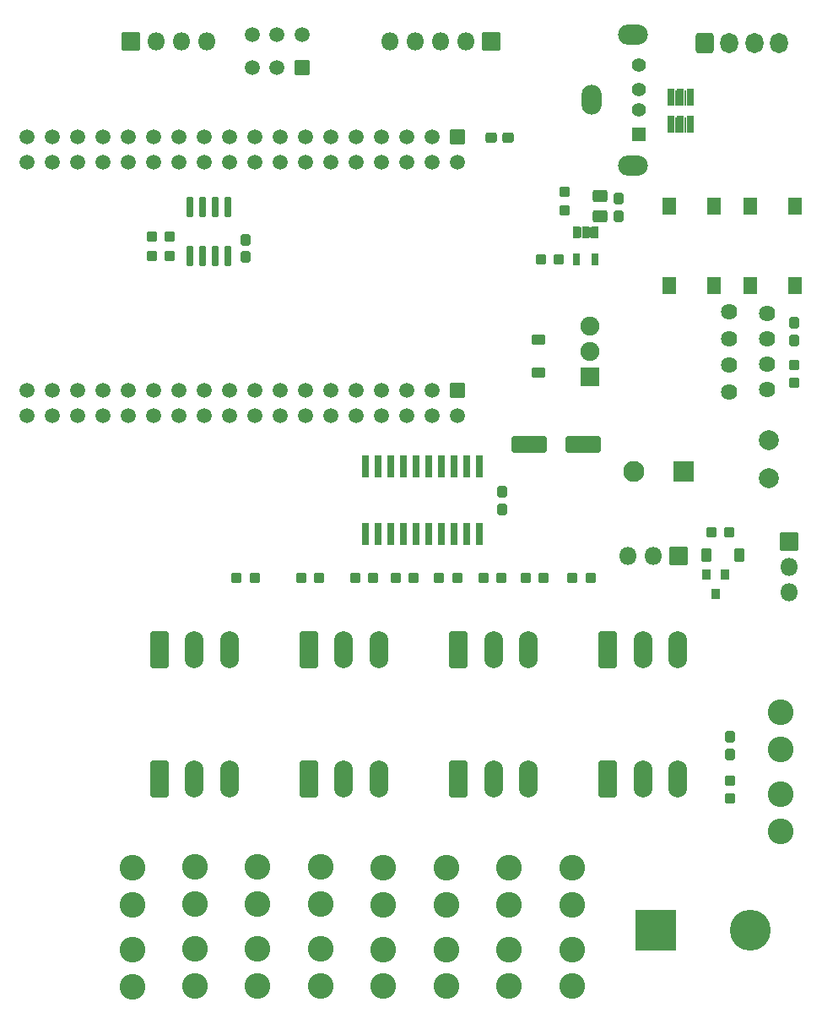
<source format=gbr>
%TF.GenerationSoftware,KiCad,Pcbnew,(6.0.5)*%
%TF.CreationDate,2022-06-18T16:05:52-05:00*%
%TF.ProjectId,PB_8,50425f38-2e6b-4696-9361-645f70636258,v1*%
%TF.SameCoordinates,Original*%
%TF.FileFunction,Soldermask,Top*%
%TF.FilePolarity,Negative*%
%FSLAX46Y46*%
G04 Gerber Fmt 4.6, Leading zero omitted, Abs format (unit mm)*
G04 Created by KiCad (PCBNEW (6.0.5)) date 2022-06-18 16:05:52*
%MOMM*%
%LPD*%
G01*
G04 APERTURE LIST*
G04 Aperture macros list*
%AMRoundRect*
0 Rectangle with rounded corners*
0 $1 Rounding radius*
0 $2 $3 $4 $5 $6 $7 $8 $9 X,Y pos of 4 corners*
0 Add a 4 corners polygon primitive as box body*
4,1,4,$2,$3,$4,$5,$6,$7,$8,$9,$2,$3,0*
0 Add four circle primitives for the rounded corners*
1,1,$1+$1,$2,$3*
1,1,$1+$1,$4,$5*
1,1,$1+$1,$6,$7*
1,1,$1+$1,$8,$9*
0 Add four rect primitives between the rounded corners*
20,1,$1+$1,$2,$3,$4,$5,0*
20,1,$1+$1,$4,$5,$6,$7,0*
20,1,$1+$1,$6,$7,$8,$9,0*
20,1,$1+$1,$8,$9,$2,$3,0*%
G04 Aperture macros list end*
%ADD10RoundRect,0.051000X-0.850000X0.850000X-0.850000X-0.850000X0.850000X-0.850000X0.850000X0.850000X0*%
%ADD11O,1.802000X1.802000*%
%ADD12C,2.577000*%
%ADD13RoundRect,0.051000X-0.850000X-0.850000X0.850000X-0.850000X0.850000X0.850000X-0.850000X0.850000X0*%
%ADD14RoundRect,0.051000X0.650000X-0.650000X0.650000X0.650000X-0.650000X0.650000X-0.650000X-0.650000X0*%
%ADD15C,1.402000*%
%ADD16O,2.002000X3.002000*%
%ADD17O,3.002000X2.002000*%
%ADD18RoundRect,0.288500X0.250000X0.237500X-0.250000X0.237500X-0.250000X-0.237500X0.250000X-0.237500X0*%
%ADD19RoundRect,0.301000X-0.450000X0.325000X-0.450000X-0.325000X0.450000X-0.325000X0.450000X0.325000X0*%
%ADD20RoundRect,0.288500X-0.237500X0.250000X-0.237500X-0.250000X0.237500X-0.250000X0.237500X0.250000X0*%
%ADD21RoundRect,0.288500X0.237500X-0.300000X0.237500X0.300000X-0.237500X0.300000X-0.237500X-0.300000X0*%
%ADD22RoundRect,0.070000X0.300000X0.525000X-0.300000X0.525000X-0.300000X-0.525000X0.300000X-0.525000X0*%
%ADD23RoundRect,0.201000X-0.150000X0.825000X-0.150000X-0.825000X0.150000X-0.825000X0.150000X0.825000X0*%
%ADD24RoundRect,0.301000X1.500000X0.550000X-1.500000X0.550000X-1.500000X-0.550000X1.500000X-0.550000X0*%
%ADD25RoundRect,0.051000X1.000000X1.000000X-1.000000X1.000000X-1.000000X-1.000000X1.000000X-1.000000X0*%
%ADD26C,2.102000*%
%ADD27RoundRect,0.288500X0.237500X-0.287500X0.237500X0.287500X-0.237500X0.287500X-0.237500X-0.287500X0*%
%ADD28RoundRect,0.288500X0.237500X-0.250000X0.237500X0.250000X-0.237500X0.250000X-0.237500X-0.250000X0*%
%ADD29RoundRect,0.051000X-0.900000X0.900000X-0.900000X-0.900000X0.900000X-0.900000X0.900000X0.900000X0*%
%ADD30C,1.902000*%
%ADD31C,1.626000*%
%ADD32RoundRect,0.051000X-0.600000X0.450000X-0.600000X-0.450000X0.600000X-0.450000X0.600000X0.450000X0*%
%ADD33RoundRect,0.288500X-0.300000X-0.237500X0.300000X-0.237500X0.300000X0.237500X-0.300000X0.237500X0*%
%ADD34RoundRect,0.051000X-0.704000X0.704000X-0.704000X-0.704000X0.704000X-0.704000X0.704000X0.704000X0*%
%ADD35C,1.510000*%
%ADD36RoundRect,0.051000X-0.279400X1.079500X-0.279400X-1.079500X0.279400X-1.079500X0.279400X1.079500X0*%
%ADD37RoundRect,0.051000X0.850000X-0.850000X0.850000X0.850000X-0.850000X0.850000X-0.850000X-0.850000X0*%
%ADD38RoundRect,0.051000X0.700000X0.700000X-0.700000X0.700000X-0.700000X-0.700000X0.700000X-0.700000X0*%
%ADD39C,1.502000*%
%ADD40RoundRect,0.288500X-0.237500X0.300000X-0.237500X-0.300000X0.237500X-0.300000X0.237500X0.300000X0*%
%ADD41RoundRect,0.051000X-0.450000X-0.600000X0.450000X-0.600000X0.450000X0.600000X-0.450000X0.600000X0*%
%ADD42RoundRect,0.051000X-0.400000X0.450000X-0.400000X-0.450000X0.400000X-0.450000X0.400000X0.450000X0*%
%ADD43RoundRect,0.288500X-0.250000X-0.237500X0.250000X-0.237500X0.250000X0.237500X-0.250000X0.237500X0*%
%ADD44RoundRect,0.051000X-2.000000X-2.000000X2.000000X-2.000000X2.000000X2.000000X-2.000000X2.000000X0*%
%ADD45C,4.102000*%
%ADD46C,2.006000*%
%ADD47RoundRect,0.051000X-0.325000X0.780000X-0.325000X-0.780000X0.325000X-0.780000X0.325000X0.780000X0*%
%ADD48RoundRect,0.301000X-0.600000X-0.725000X0.600000X-0.725000X0.600000X0.725000X-0.600000X0.725000X0*%
%ADD49O,1.802000X2.052000*%
%ADD50RoundRect,0.051000X0.650000X-0.775000X0.650000X0.775000X-0.650000X0.775000X-0.650000X-0.775000X0*%
%ADD51RoundRect,0.301000X-0.650000X-1.550000X0.650000X-1.550000X0.650000X1.550000X-0.650000X1.550000X0*%
%ADD52O,1.902000X3.702000*%
%ADD53RoundRect,0.288500X-0.237500X0.287500X-0.237500X-0.287500X0.237500X-0.287500X0.237500X0.287500X0*%
G04 APERTURE END LIST*
D10*
%TO.C,J23*%
X201178800Y-107202600D03*
D11*
X198638800Y-107202600D03*
X196098800Y-107202600D03*
%TD*%
D12*
%TO.C,F18*%
X211426000Y-134802600D03*
X211426000Y-131102600D03*
X211426000Y-126602600D03*
X211426000Y-122902600D03*
%TD*%
D13*
%TO.C,J29*%
X212278800Y-105813000D03*
D11*
X212278800Y-108353000D03*
X212278800Y-110893000D03*
%TD*%
D14*
%TO.C,J19*%
X197202600Y-65020700D03*
D15*
X197202600Y-62520700D03*
X197202600Y-60520700D03*
X197202600Y-58020700D03*
D16*
X192422600Y-61520700D03*
D17*
X196602600Y-68090700D03*
X196602600Y-54950700D03*
%TD*%
D18*
%TO.C,R29*%
X189161300Y-77502600D03*
X187336300Y-77502600D03*
%TD*%
D19*
%TO.C,FB1*%
X193302600Y-71145700D03*
X193302600Y-73195700D03*
%TD*%
D20*
%TO.C,R30*%
X189759800Y-70757800D03*
X189759800Y-72582800D03*
%TD*%
D21*
%TO.C,C9*%
X195148800Y-73165100D03*
X195148800Y-71440100D03*
%TD*%
D22*
%TO.C,U8*%
X192792600Y-74816100D03*
X191842600Y-74816100D03*
X190892600Y-74816100D03*
X190892600Y-77516100D03*
X192792600Y-77516100D03*
%TD*%
D21*
%TO.C,C3*%
X157698800Y-77265100D03*
X157698800Y-75540100D03*
%TD*%
D18*
%TO.C,R6*%
X150161300Y-75202600D03*
X148336300Y-75202600D03*
%TD*%
D23*
%TO.C,U2*%
X155926000Y-72264100D03*
X154656000Y-72264100D03*
X153386000Y-72264100D03*
X152116000Y-72264100D03*
X152116000Y-77214100D03*
X153386000Y-77214100D03*
X154656000Y-77214100D03*
X155926000Y-77214100D03*
%TD*%
D18*
%TO.C,R5*%
X150161300Y-77202600D03*
X148336300Y-77202600D03*
%TD*%
D24*
%TO.C,C2*%
X191578800Y-96052600D03*
X186178800Y-96052600D03*
%TD*%
D25*
%TO.C,C1*%
X201678800Y-98735800D03*
D26*
X196678800Y-98735800D03*
%TD*%
D27*
%TO.C,D3*%
X212773800Y-85627600D03*
X212773800Y-83877600D03*
%TD*%
D28*
%TO.C,R3*%
X212748800Y-89915100D03*
X212748800Y-88090100D03*
%TD*%
D29*
%TO.C,U1*%
X192256800Y-89317600D03*
D30*
X192256800Y-86777600D03*
X192256800Y-84237600D03*
D31*
X210036800Y-82967600D03*
X210036800Y-85507600D03*
X210036800Y-88047600D03*
X210036800Y-90587600D03*
X206226800Y-82735660D03*
X206226800Y-85430600D03*
X206226800Y-88124600D03*
X206226800Y-90819540D03*
%TD*%
D32*
%TO.C,D5*%
X187123800Y-85527600D03*
X187123800Y-88827600D03*
%TD*%
D33*
%TO.C,C4*%
X182336300Y-65284800D03*
X184061300Y-65284800D03*
%TD*%
D34*
%TO.C,U3*%
X179000400Y-65274600D03*
D35*
X179000400Y-67814600D03*
X176460400Y-65274600D03*
X176460400Y-67814600D03*
X173920400Y-65274600D03*
X173920400Y-67814600D03*
X171380400Y-65274600D03*
X171380400Y-67814600D03*
X168840400Y-65274600D03*
X168840400Y-67814600D03*
X166300400Y-65274600D03*
X166300400Y-67814600D03*
X163760400Y-65274600D03*
X163760400Y-67814600D03*
X161220400Y-65274600D03*
X161220400Y-67814600D03*
X158680400Y-65274600D03*
X158680400Y-67814600D03*
X156140400Y-65274600D03*
X156140400Y-67814600D03*
X153600400Y-65274600D03*
X153600400Y-67814600D03*
X151060400Y-65274600D03*
X151060400Y-67814600D03*
X148520400Y-65274600D03*
X148520400Y-67814600D03*
X145980400Y-65274600D03*
X145980400Y-67814600D03*
X143440400Y-65274600D03*
X143440400Y-67814600D03*
X140900400Y-65274600D03*
X140900400Y-67814600D03*
X138360400Y-65274600D03*
X138360400Y-67814600D03*
X135820400Y-65274600D03*
X135820400Y-67814600D03*
D34*
X179000400Y-90674600D03*
D35*
X179000400Y-93214600D03*
X176460400Y-90674600D03*
X176460400Y-93214600D03*
X173920400Y-90674600D03*
X173920400Y-93214600D03*
X171380400Y-90674600D03*
X171380400Y-93214600D03*
X168840400Y-90674600D03*
X168840400Y-93214600D03*
X166300400Y-90674600D03*
X166300400Y-93214600D03*
X163760400Y-90674600D03*
X163760400Y-93214600D03*
X161220400Y-90674600D03*
X161220400Y-93214600D03*
X158680400Y-90674600D03*
X158680400Y-93214600D03*
X156140400Y-90674600D03*
X156140400Y-93214600D03*
X153600400Y-90674600D03*
X153600400Y-93214600D03*
X151060400Y-90674600D03*
X151060400Y-93214600D03*
X148520400Y-90674600D03*
X148520400Y-93214600D03*
X145980400Y-90674600D03*
X145980400Y-93214600D03*
X143440400Y-90674600D03*
X143440400Y-93214600D03*
X140900400Y-90674600D03*
X140900400Y-93214600D03*
X138360400Y-90674600D03*
X138360400Y-93214600D03*
X135820400Y-90674600D03*
X135820400Y-93214600D03*
%TD*%
D36*
%TO.C,U5*%
X181184800Y-98274300D03*
X179914800Y-98274300D03*
X178644800Y-98274300D03*
X177374800Y-98274300D03*
X176104800Y-98274300D03*
X174834800Y-98274300D03*
X173564800Y-98274300D03*
X172294800Y-98274300D03*
X171024800Y-98274300D03*
X169754800Y-98274300D03*
X169754800Y-105030700D03*
X171024800Y-105030700D03*
X172294800Y-105030700D03*
X173564800Y-105030700D03*
X174834800Y-105030700D03*
X176104800Y-105030700D03*
X177374800Y-105030700D03*
X178644800Y-105030700D03*
X179914800Y-105030700D03*
X181184800Y-105030700D03*
%TD*%
D10*
%TO.C,J25*%
X182387700Y-55625800D03*
D11*
X179847700Y-55625800D03*
X177307700Y-55625800D03*
X174767700Y-55625800D03*
X172227700Y-55625800D03*
%TD*%
D37*
%TO.C,J26*%
X146197700Y-55625800D03*
D11*
X148737700Y-55625800D03*
X151277700Y-55625800D03*
X153817700Y-55625800D03*
%TD*%
D38*
%TO.C,SW3*%
X163398800Y-58272600D03*
D39*
X160898800Y-58272600D03*
X158398800Y-58272600D03*
X163398800Y-54972600D03*
X160898800Y-54972600D03*
X158398800Y-54972600D03*
%TD*%
D40*
%TO.C,C6*%
X183498800Y-100827600D03*
X183498800Y-102552600D03*
%TD*%
D41*
%TO.C,D4*%
X203928800Y-107152600D03*
X207228800Y-107152600D03*
%TD*%
D42*
%TO.C,Q1*%
X205828800Y-109052600D03*
X203928800Y-109052600D03*
X204878800Y-111052600D03*
%TD*%
D43*
%TO.C,R4*%
X204436300Y-104852600D03*
X206261300Y-104852600D03*
%TD*%
D44*
%TO.C,J18*%
X198878800Y-144752600D03*
D45*
X208378800Y-144752600D03*
%TD*%
D46*
%TO.C,J28*%
X210229259Y-99458160D03*
X210229259Y-95648160D03*
%TD*%
D47*
%TO.C,U9*%
X202318800Y-61292600D03*
X201368800Y-61292600D03*
X200418800Y-61292600D03*
X200418800Y-63992600D03*
X201368800Y-63992600D03*
X202318800Y-63992600D03*
%TD*%
D48*
%TO.C,J27*%
X203760300Y-55861400D03*
D49*
X206260300Y-55861400D03*
X208760300Y-55861400D03*
X211260300Y-55861400D03*
%TD*%
D50*
%TO.C,SW1*%
X200248800Y-72182600D03*
X200248800Y-80132600D03*
X204748800Y-80132600D03*
X204748800Y-72182600D03*
%TD*%
%TO.C,SW2*%
X208398800Y-72182600D03*
X208398800Y-80132600D03*
X212898800Y-72182600D03*
X212898800Y-80132600D03*
%TD*%
D43*
%TO.C,R22*%
X190536300Y-109452600D03*
X192361300Y-109452600D03*
%TD*%
D12*
%TO.C,F7*%
X184172100Y-150363600D03*
X184172100Y-146663600D03*
X184172100Y-142163600D03*
X184172100Y-138463600D03*
%TD*%
D18*
%TO.C,R15*%
X158661300Y-109452600D03*
X156836300Y-109452600D03*
%TD*%
D51*
%TO.C,J6*%
X179100000Y-129600000D03*
D52*
X182600000Y-129600000D03*
X186100000Y-129600000D03*
%TD*%
D51*
%TO.C,J7*%
X194100000Y-116600000D03*
D52*
X197600000Y-116600000D03*
X201100000Y-116600000D03*
%TD*%
D51*
%TO.C,J3*%
X164100000Y-116600000D03*
D52*
X167600000Y-116600000D03*
X171100000Y-116600000D03*
%TD*%
D12*
%TO.C,F4*%
X165252100Y-150294800D03*
X165252100Y-146594800D03*
X165252100Y-142094800D03*
X165252100Y-138394800D03*
%TD*%
D51*
%TO.C,J2*%
X149100000Y-129600000D03*
D52*
X152600000Y-129600000D03*
X156100000Y-129600000D03*
%TD*%
D43*
%TO.C,R20*%
X181586300Y-109452600D03*
X183411300Y-109452600D03*
%TD*%
D18*
%TO.C,R16*%
X165111300Y-109452600D03*
X163286300Y-109452600D03*
%TD*%
%TO.C,R17*%
X170561300Y-109452600D03*
X168736300Y-109452600D03*
%TD*%
D51*
%TO.C,J4*%
X164100000Y-129600000D03*
D52*
X167600000Y-129600000D03*
X171100000Y-129600000D03*
%TD*%
D43*
%TO.C,R19*%
X177136300Y-109452600D03*
X178961300Y-109452600D03*
%TD*%
D12*
%TO.C,F5*%
X171558800Y-150363600D03*
X171558800Y-146663600D03*
X171558800Y-142163600D03*
X171558800Y-138463600D03*
%TD*%
D51*
%TO.C,J1*%
X149100000Y-116600000D03*
D52*
X152600000Y-116600000D03*
X156100000Y-116600000D03*
%TD*%
D12*
%TO.C,F8*%
X190478800Y-150363600D03*
X190478800Y-146663600D03*
X190478800Y-142163600D03*
X190478800Y-138463600D03*
%TD*%
D53*
%TO.C,D1*%
X206320600Y-125359600D03*
X206320600Y-127109600D03*
%TD*%
D12*
%TO.C,F6*%
X177865500Y-150363600D03*
X177865500Y-146663600D03*
X177865500Y-142163600D03*
X177865500Y-138463600D03*
%TD*%
%TO.C,F3*%
X158945500Y-150298600D03*
X158945500Y-146598600D03*
X158945500Y-142098600D03*
X158945500Y-138398600D03*
%TD*%
D51*
%TO.C,J5*%
X179100000Y-116600000D03*
D52*
X182600000Y-116600000D03*
X186100000Y-116600000D03*
%TD*%
D12*
%TO.C,F2*%
X152638800Y-150298600D03*
X152638800Y-146598600D03*
X152638800Y-142098600D03*
X152638800Y-138398600D03*
%TD*%
D43*
%TO.C,R21*%
X185836300Y-109452600D03*
X187661300Y-109452600D03*
%TD*%
%TO.C,R18*%
X172786300Y-109452600D03*
X174611300Y-109452600D03*
%TD*%
D51*
%TO.C,J8*%
X194100000Y-129600000D03*
D52*
X197600000Y-129600000D03*
X201100000Y-129600000D03*
%TD*%
D12*
%TO.C,F1*%
X146398800Y-150402600D03*
X146398800Y-146702600D03*
X146398800Y-142202600D03*
X146398800Y-138502600D03*
%TD*%
D20*
%TO.C,R1*%
X206320600Y-129741700D03*
X206320600Y-131566700D03*
%TD*%
G36*
X191478497Y-74269584D02*
G01*
X191478665Y-74270859D01*
X191474600Y-74291299D01*
X191474600Y-75340901D01*
X191478665Y-75361341D01*
X191478022Y-75363235D01*
X191476060Y-75363625D01*
X191475040Y-75362842D01*
X191470031Y-75355345D01*
X191416654Y-75310738D01*
X191347939Y-75302107D01*
X191285309Y-75332072D01*
X191265261Y-75355207D01*
X191260160Y-75362842D01*
X191258366Y-75363727D01*
X191256703Y-75362616D01*
X191256535Y-75361341D01*
X191260600Y-75340901D01*
X191260600Y-74291299D01*
X191256535Y-74270859D01*
X191257178Y-74268965D01*
X191259140Y-74268575D01*
X191260160Y-74269358D01*
X191265169Y-74276855D01*
X191318546Y-74321462D01*
X191387261Y-74330093D01*
X191449891Y-74300128D01*
X191469939Y-74276993D01*
X191475040Y-74269358D01*
X191476834Y-74268473D01*
X191478497Y-74269584D01*
G37*
G36*
X192428497Y-74269584D02*
G01*
X192428665Y-74270859D01*
X192424600Y-74291299D01*
X192424600Y-75340901D01*
X192428665Y-75361341D01*
X192428022Y-75363235D01*
X192426060Y-75363625D01*
X192425040Y-75362842D01*
X192420031Y-75355345D01*
X192366654Y-75310738D01*
X192297939Y-75302107D01*
X192235309Y-75332072D01*
X192215261Y-75355207D01*
X192210160Y-75362842D01*
X192208366Y-75363727D01*
X192206703Y-75362616D01*
X192206535Y-75361341D01*
X192210600Y-75340901D01*
X192210600Y-74291299D01*
X192206535Y-74270859D01*
X192207178Y-74268965D01*
X192209140Y-74268575D01*
X192210160Y-74269358D01*
X192215169Y-74276855D01*
X192268546Y-74321462D01*
X192337261Y-74330093D01*
X192399891Y-74300128D01*
X192419939Y-74276993D01*
X192425040Y-74269358D01*
X192426834Y-74268473D01*
X192428497Y-74269584D01*
G37*
G36*
X201743067Y-63195901D02*
G01*
X201794746Y-63239089D01*
X201863461Y-63247720D01*
X201926091Y-63217756D01*
X201944148Y-63196918D01*
X201946038Y-63196264D01*
X201947549Y-63197574D01*
X201947621Y-63198618D01*
X201944800Y-63212799D01*
X201944800Y-64772401D01*
X201947778Y-64787374D01*
X201947135Y-64789268D01*
X201945173Y-64789658D01*
X201944533Y-64789299D01*
X201892854Y-64746111D01*
X201824139Y-64737480D01*
X201761509Y-64767444D01*
X201743452Y-64788282D01*
X201741562Y-64788936D01*
X201740051Y-64787626D01*
X201739979Y-64786582D01*
X201742800Y-64772401D01*
X201742800Y-63212799D01*
X201739822Y-63197826D01*
X201740465Y-63195932D01*
X201742427Y-63195542D01*
X201743067Y-63195901D01*
G37*
G36*
X200793067Y-63195901D02*
G01*
X200844746Y-63239089D01*
X200913461Y-63247720D01*
X200976091Y-63217756D01*
X200994148Y-63196918D01*
X200996038Y-63196264D01*
X200997549Y-63197574D01*
X200997621Y-63198618D01*
X200994800Y-63212799D01*
X200994800Y-64772401D01*
X200997778Y-64787374D01*
X200997135Y-64789268D01*
X200995173Y-64789658D01*
X200994533Y-64789299D01*
X200942854Y-64746111D01*
X200874139Y-64737480D01*
X200811509Y-64767444D01*
X200793452Y-64788282D01*
X200791562Y-64788936D01*
X200790051Y-64787626D01*
X200789979Y-64786582D01*
X200792800Y-64772401D01*
X200792800Y-63212799D01*
X200789822Y-63197826D01*
X200790465Y-63195932D01*
X200792427Y-63195542D01*
X200793067Y-63195901D01*
G37*
G36*
X200793067Y-60495901D02*
G01*
X200844746Y-60539089D01*
X200913461Y-60547720D01*
X200976091Y-60517756D01*
X200994148Y-60496918D01*
X200996038Y-60496264D01*
X200997549Y-60497574D01*
X200997621Y-60498618D01*
X200994800Y-60512799D01*
X200994800Y-62072401D01*
X200997778Y-62087374D01*
X200997135Y-62089268D01*
X200995173Y-62089658D01*
X200994533Y-62089299D01*
X200942854Y-62046111D01*
X200874139Y-62037480D01*
X200811509Y-62067444D01*
X200793452Y-62088282D01*
X200791562Y-62088936D01*
X200790051Y-62087626D01*
X200789979Y-62086582D01*
X200792800Y-62072401D01*
X200792800Y-60512799D01*
X200789822Y-60497826D01*
X200790465Y-60495932D01*
X200792427Y-60495542D01*
X200793067Y-60495901D01*
G37*
G36*
X201743067Y-60495901D02*
G01*
X201794746Y-60539089D01*
X201863461Y-60547720D01*
X201926091Y-60517756D01*
X201944148Y-60496918D01*
X201946038Y-60496264D01*
X201947549Y-60497574D01*
X201947621Y-60498618D01*
X201944800Y-60512799D01*
X201944800Y-62072401D01*
X201947778Y-62087374D01*
X201947135Y-62089268D01*
X201945173Y-62089658D01*
X201944533Y-62089299D01*
X201892854Y-62046111D01*
X201824139Y-62037480D01*
X201761509Y-62067444D01*
X201743452Y-62088282D01*
X201741562Y-62088936D01*
X201740051Y-62087626D01*
X201739979Y-62086582D01*
X201742800Y-62072401D01*
X201742800Y-60512799D01*
X201739822Y-60497826D01*
X201740465Y-60495932D01*
X201742427Y-60495542D01*
X201743067Y-60495901D01*
G37*
M02*

</source>
